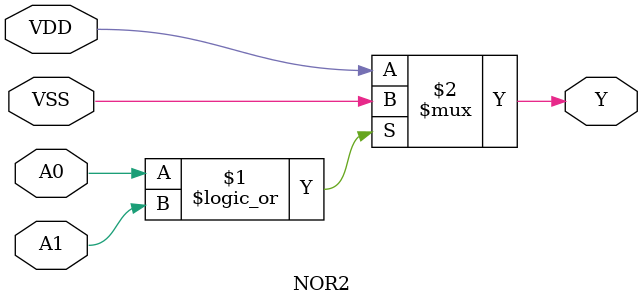
<source format=v>
module NOR2(Y, A0, A1, VDD, VSS );
  input A0, A1;
  output Y;
  inout VDD, VSS;

  assign Y = (A0 || A1) ? VSS : VDD ;
endmodule

</source>
